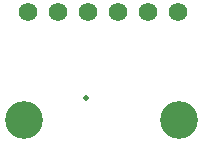
<source format=gbr>
%TF.GenerationSoftware,KiCad,Pcbnew,7.0.6*%
%TF.CreationDate,2024-09-27T12:31:39-07:00*%
%TF.ProjectId,microphone,6d696372-6f70-4686-9f6e-652e6b696361,rev?*%
%TF.SameCoordinates,Original*%
%TF.FileFunction,Soldermask,Bot*%
%TF.FilePolarity,Negative*%
%FSLAX46Y46*%
G04 Gerber Fmt 4.6, Leading zero omitted, Abs format (unit mm)*
G04 Created by KiCad (PCBNEW 7.0.6) date 2024-09-27 12:31:39*
%MOMM*%
%LPD*%
G01*
G04 APERTURE LIST*
%ADD10C,0.500000*%
%ADD11C,1.574800*%
%ADD12C,3.200000*%
G04 APERTURE END LIST*
D10*
%TO.C,MK1*%
X226455500Y-141230000D03*
%TD*%
D11*
%TO.C,J1*%
X221520000Y-134000000D03*
X224060000Y-134000000D03*
X226600000Y-134000000D03*
X229140000Y-134000000D03*
X231680000Y-134000000D03*
X234220000Y-134000000D03*
%TD*%
D12*
%TO.C,H2*%
X234320000Y-143100000D03*
%TD*%
%TO.C,H1*%
X221200000Y-143090000D03*
%TD*%
M02*

</source>
